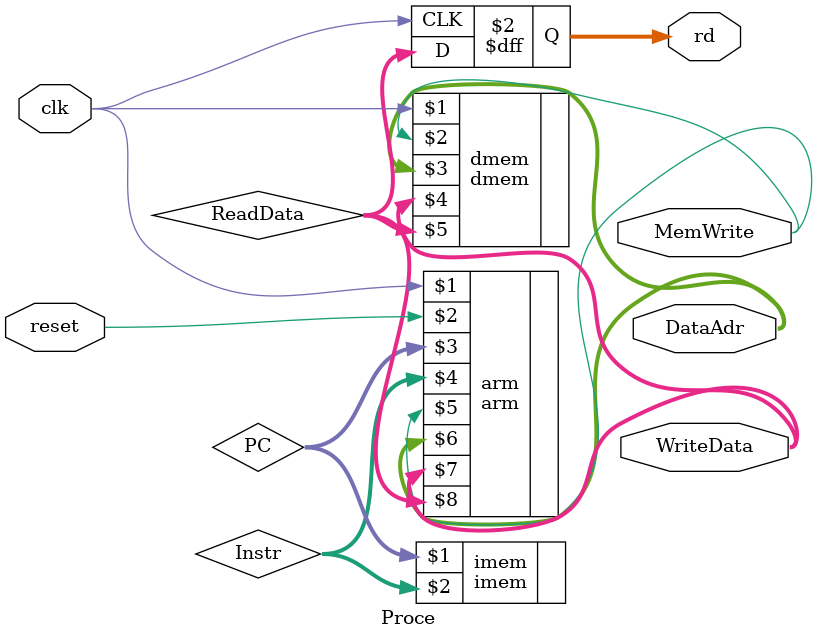
<source format=sv>
module Proce(input logic clk, reset, 
				output logic [31:0] WriteData, DataAdr, rd,
				output logic MemWrite);
				
	logic [31:0] PC, Instr, ReadData;

	
	// instantiate processor and memories
	arm arm(clk, reset, PC, Instr, MemWrite, DataAdr,
				WriteData, ReadData);
				
	imem imem(PC, Instr);
	
	dmem dmem(clk, MemWrite, DataAdr, WriteData, ReadData);
	
	always @(posedge clk) begin
		rd = ReadData;	
	end
	
endmodule 
</source>
